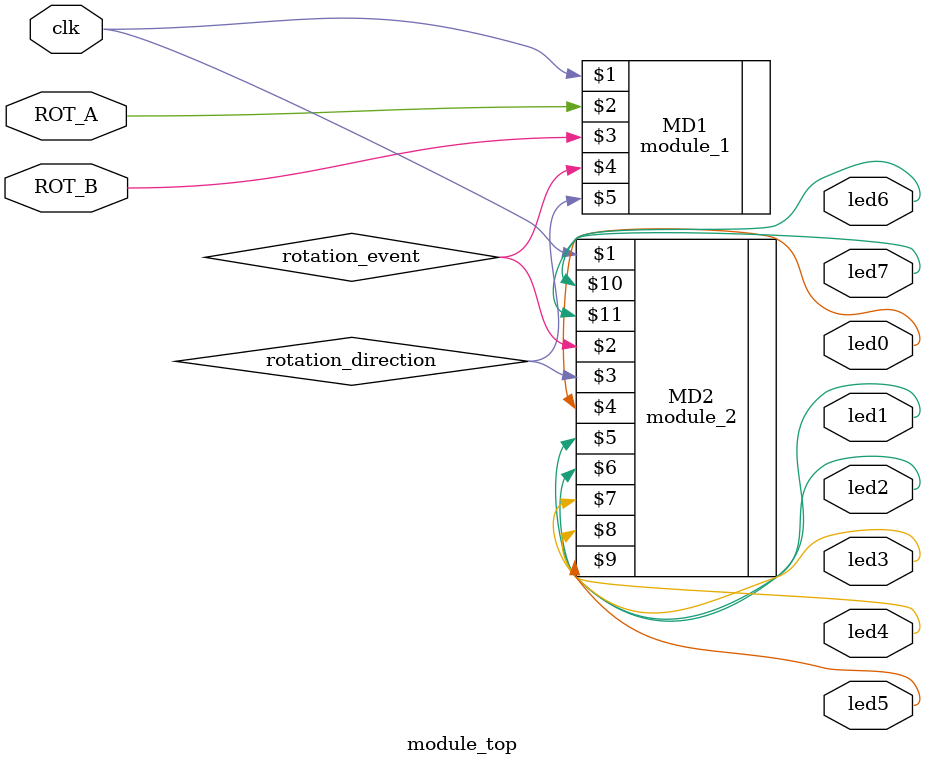
<source format=v>
`timescale 1ns / 1ps
module module_top(clk,ROT_A,ROT_B,led0,led1,led2,led3,led4,led5,led6,led7);
	input clk,ROT_A,ROT_B;
	output led0,led1,led2,led3,led4,led5,led6,led7;
	wire led0,led1,led2,led3,led4,led5,led6,led7;
	wire rotation_event,rotation_direction;
	
	module_1 MD1(clk,ROT_A,ROT_B,rotation_event,rotation_direction);
	module_2 MD2(clk,rotation_event,rotation_direction,led0,led1,led2,led3,led4,led5,led6,led7);

endmodule
</source>
